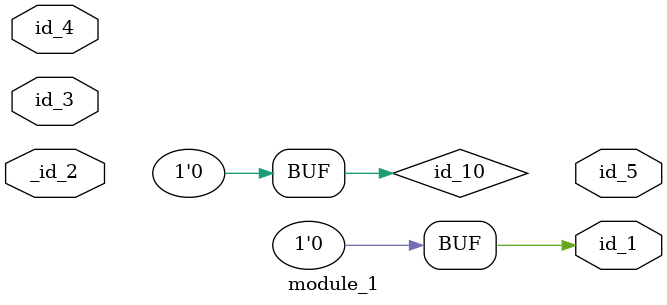
<source format=v>
module module_0 (
    id_1,
    id_2,
    id_3
);
  input wire id_3;
  input wire id_2;
  output wand id_1;
  assign id_1 = id_3;
  assign id_1 = 1 >= 1'd0;
endmodule
module module_1 #(
    parameter id_2 = 32'd82
) (
    id_1,
    _id_2,
    id_3,
    id_4,
    id_5
);
  output wire id_5;
  input wire id_4;
  inout wire id_3;
  inout wire _id_2;
  output tri id_1;
  wire id_6;
  wire id_7;
  wire id_8;
  wire [-1 : (  1  *  id_2  )  ==  1] id_9;
  assign id_1 = 1'b0;
  wire id_10 = id_2;
  module_0 modCall_1 (
      id_1,
      id_10,
      id_10
  );
endmodule

</source>
